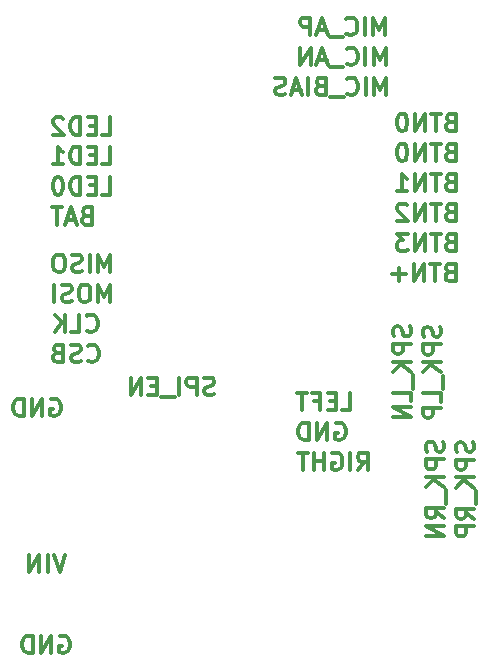
<source format=gbr>
G04 #@! TF.GenerationSoftware,KiCad,Pcbnew,(5.1.5)-3*
G04 #@! TF.CreationDate,2020-02-22T17:46:18+01:00*
G04 #@! TF.ProjectId,Breakoutboard,42726561-6b6f-4757-9462-6f6172642e6b,rev?*
G04 #@! TF.SameCoordinates,Original*
G04 #@! TF.FileFunction,Legend,Bot*
G04 #@! TF.FilePolarity,Positive*
%FSLAX46Y46*%
G04 Gerber Fmt 4.6, Leading zero omitted, Abs format (unit mm)*
G04 Created by KiCad (PCBNEW (5.1.5)-3) date 2020-02-22 17:46:18*
%MOMM*%
%LPD*%
G04 APERTURE LIST*
%ADD10C,0.300000*%
G04 APERTURE END LIST*
D10*
X159480000Y-98976571D02*
X159980000Y-98262285D01*
X160337142Y-98976571D02*
X160337142Y-97476571D01*
X159765714Y-97476571D01*
X159622857Y-97548000D01*
X159551428Y-97619428D01*
X159480000Y-97762285D01*
X159480000Y-97976571D01*
X159551428Y-98119428D01*
X159622857Y-98190857D01*
X159765714Y-98262285D01*
X160337142Y-98262285D01*
X158837142Y-98976571D02*
X158837142Y-97476571D01*
X157337142Y-97548000D02*
X157480000Y-97476571D01*
X157694285Y-97476571D01*
X157908571Y-97548000D01*
X158051428Y-97690857D01*
X158122857Y-97833714D01*
X158194285Y-98119428D01*
X158194285Y-98333714D01*
X158122857Y-98619428D01*
X158051428Y-98762285D01*
X157908571Y-98905142D01*
X157694285Y-98976571D01*
X157551428Y-98976571D01*
X157337142Y-98905142D01*
X157265714Y-98833714D01*
X157265714Y-98333714D01*
X157551428Y-98333714D01*
X156622857Y-98976571D02*
X156622857Y-97476571D01*
X156622857Y-98190857D02*
X155765714Y-98190857D01*
X155765714Y-98976571D02*
X155765714Y-97476571D01*
X155265714Y-97476571D02*
X154408571Y-97476571D01*
X154837142Y-98976571D02*
X154837142Y-97476571D01*
X158146571Y-93896571D02*
X158860857Y-93896571D01*
X158860857Y-92396571D01*
X157646571Y-93110857D02*
X157146571Y-93110857D01*
X156932285Y-93896571D02*
X157646571Y-93896571D01*
X157646571Y-92396571D01*
X156932285Y-92396571D01*
X155789428Y-93110857D02*
X156289428Y-93110857D01*
X156289428Y-93896571D02*
X156289428Y-92396571D01*
X155575142Y-92396571D01*
X155218000Y-92396571D02*
X154360857Y-92396571D01*
X154789428Y-93896571D02*
X154789428Y-92396571D01*
X157606857Y-95008000D02*
X157749714Y-94936571D01*
X157964000Y-94936571D01*
X158178285Y-95008000D01*
X158321142Y-95150857D01*
X158392571Y-95293714D01*
X158464000Y-95579428D01*
X158464000Y-95793714D01*
X158392571Y-96079428D01*
X158321142Y-96222285D01*
X158178285Y-96365142D01*
X157964000Y-96436571D01*
X157821142Y-96436571D01*
X157606857Y-96365142D01*
X157535428Y-96293714D01*
X157535428Y-95793714D01*
X157821142Y-95793714D01*
X156892571Y-96436571D02*
X156892571Y-94936571D01*
X156035428Y-96436571D01*
X156035428Y-94936571D01*
X155321142Y-96436571D02*
X155321142Y-94936571D01*
X154964000Y-94936571D01*
X154749714Y-95008000D01*
X154606857Y-95150857D01*
X154535428Y-95293714D01*
X154464000Y-95579428D01*
X154464000Y-95793714D01*
X154535428Y-96079428D01*
X154606857Y-96222285D01*
X154749714Y-96365142D01*
X154964000Y-96436571D01*
X155321142Y-96436571D01*
X163929142Y-86785142D02*
X164000571Y-86999428D01*
X164000571Y-87356571D01*
X163929142Y-87499428D01*
X163857714Y-87570857D01*
X163714857Y-87642285D01*
X163572000Y-87642285D01*
X163429142Y-87570857D01*
X163357714Y-87499428D01*
X163286285Y-87356571D01*
X163214857Y-87070857D01*
X163143428Y-86928000D01*
X163072000Y-86856571D01*
X162929142Y-86785142D01*
X162786285Y-86785142D01*
X162643428Y-86856571D01*
X162572000Y-86928000D01*
X162500571Y-87070857D01*
X162500571Y-87428000D01*
X162572000Y-87642285D01*
X164000571Y-88285142D02*
X162500571Y-88285142D01*
X162500571Y-88856571D01*
X162572000Y-88999428D01*
X162643428Y-89070857D01*
X162786285Y-89142285D01*
X163000571Y-89142285D01*
X163143428Y-89070857D01*
X163214857Y-88999428D01*
X163286285Y-88856571D01*
X163286285Y-88285142D01*
X164000571Y-89785142D02*
X162500571Y-89785142D01*
X164000571Y-90642285D02*
X163143428Y-89999428D01*
X162500571Y-90642285D02*
X163357714Y-89785142D01*
X164143428Y-90928000D02*
X164143428Y-92070857D01*
X164000571Y-93142285D02*
X164000571Y-92428000D01*
X162500571Y-92428000D01*
X164000571Y-93642285D02*
X162500571Y-93642285D01*
X164000571Y-94499428D01*
X162500571Y-94499428D01*
X166469142Y-86820857D02*
X166540571Y-87035142D01*
X166540571Y-87392285D01*
X166469142Y-87535142D01*
X166397714Y-87606571D01*
X166254857Y-87678000D01*
X166112000Y-87678000D01*
X165969142Y-87606571D01*
X165897714Y-87535142D01*
X165826285Y-87392285D01*
X165754857Y-87106571D01*
X165683428Y-86963714D01*
X165612000Y-86892285D01*
X165469142Y-86820857D01*
X165326285Y-86820857D01*
X165183428Y-86892285D01*
X165112000Y-86963714D01*
X165040571Y-87106571D01*
X165040571Y-87463714D01*
X165112000Y-87678000D01*
X166540571Y-88320857D02*
X165040571Y-88320857D01*
X165040571Y-88892285D01*
X165112000Y-89035142D01*
X165183428Y-89106571D01*
X165326285Y-89178000D01*
X165540571Y-89178000D01*
X165683428Y-89106571D01*
X165754857Y-89035142D01*
X165826285Y-88892285D01*
X165826285Y-88320857D01*
X166540571Y-89820857D02*
X165040571Y-89820857D01*
X166540571Y-90678000D02*
X165683428Y-90035142D01*
X165040571Y-90678000D02*
X165897714Y-89820857D01*
X166683428Y-90963714D02*
X166683428Y-92106571D01*
X166540571Y-93178000D02*
X166540571Y-92463714D01*
X165040571Y-92463714D01*
X166540571Y-93678000D02*
X165040571Y-93678000D01*
X165040571Y-94249428D01*
X165112000Y-94392285D01*
X165183428Y-94463714D01*
X165326285Y-94535142D01*
X165540571Y-94535142D01*
X165683428Y-94463714D01*
X165754857Y-94392285D01*
X165826285Y-94249428D01*
X165826285Y-93678000D01*
X166723142Y-96548285D02*
X166794571Y-96762571D01*
X166794571Y-97119714D01*
X166723142Y-97262571D01*
X166651714Y-97334000D01*
X166508857Y-97405428D01*
X166366000Y-97405428D01*
X166223142Y-97334000D01*
X166151714Y-97262571D01*
X166080285Y-97119714D01*
X166008857Y-96834000D01*
X165937428Y-96691142D01*
X165866000Y-96619714D01*
X165723142Y-96548285D01*
X165580285Y-96548285D01*
X165437428Y-96619714D01*
X165366000Y-96691142D01*
X165294571Y-96834000D01*
X165294571Y-97191142D01*
X165366000Y-97405428D01*
X166794571Y-98048285D02*
X165294571Y-98048285D01*
X165294571Y-98619714D01*
X165366000Y-98762571D01*
X165437428Y-98834000D01*
X165580285Y-98905428D01*
X165794571Y-98905428D01*
X165937428Y-98834000D01*
X166008857Y-98762571D01*
X166080285Y-98619714D01*
X166080285Y-98048285D01*
X166794571Y-99548285D02*
X165294571Y-99548285D01*
X166794571Y-100405428D02*
X165937428Y-99762571D01*
X165294571Y-100405428D02*
X166151714Y-99548285D01*
X166937428Y-100691142D02*
X166937428Y-101834000D01*
X166794571Y-103048285D02*
X166080285Y-102548285D01*
X166794571Y-102191142D02*
X165294571Y-102191142D01*
X165294571Y-102762571D01*
X165366000Y-102905428D01*
X165437428Y-102976857D01*
X165580285Y-103048285D01*
X165794571Y-103048285D01*
X165937428Y-102976857D01*
X166008857Y-102905428D01*
X166080285Y-102762571D01*
X166080285Y-102191142D01*
X166794571Y-103691142D02*
X165294571Y-103691142D01*
X166794571Y-104548285D01*
X165294571Y-104548285D01*
X169263142Y-96584000D02*
X169334571Y-96798285D01*
X169334571Y-97155428D01*
X169263142Y-97298285D01*
X169191714Y-97369714D01*
X169048857Y-97441142D01*
X168906000Y-97441142D01*
X168763142Y-97369714D01*
X168691714Y-97298285D01*
X168620285Y-97155428D01*
X168548857Y-96869714D01*
X168477428Y-96726857D01*
X168406000Y-96655428D01*
X168263142Y-96584000D01*
X168120285Y-96584000D01*
X167977428Y-96655428D01*
X167906000Y-96726857D01*
X167834571Y-96869714D01*
X167834571Y-97226857D01*
X167906000Y-97441142D01*
X169334571Y-98084000D02*
X167834571Y-98084000D01*
X167834571Y-98655428D01*
X167906000Y-98798285D01*
X167977428Y-98869714D01*
X168120285Y-98941142D01*
X168334571Y-98941142D01*
X168477428Y-98869714D01*
X168548857Y-98798285D01*
X168620285Y-98655428D01*
X168620285Y-98084000D01*
X169334571Y-99584000D02*
X167834571Y-99584000D01*
X169334571Y-100441142D02*
X168477428Y-99798285D01*
X167834571Y-100441142D02*
X168691714Y-99584000D01*
X169477428Y-100726857D02*
X169477428Y-101869714D01*
X169334571Y-103084000D02*
X168620285Y-102584000D01*
X169334571Y-102226857D02*
X167834571Y-102226857D01*
X167834571Y-102798285D01*
X167906000Y-102941142D01*
X167977428Y-103012571D01*
X168120285Y-103084000D01*
X168334571Y-103084000D01*
X168477428Y-103012571D01*
X168548857Y-102941142D01*
X168620285Y-102798285D01*
X168620285Y-102226857D01*
X169334571Y-103726857D02*
X167834571Y-103726857D01*
X167834571Y-104298285D01*
X167906000Y-104441142D01*
X167977428Y-104512571D01*
X168120285Y-104584000D01*
X168334571Y-104584000D01*
X168477428Y-104512571D01*
X168548857Y-104441142D01*
X168620285Y-104298285D01*
X168620285Y-103726857D01*
X134738857Y-106112571D02*
X134238857Y-107612571D01*
X133738857Y-106112571D01*
X133238857Y-107612571D02*
X133238857Y-106112571D01*
X132524571Y-107612571D02*
X132524571Y-106112571D01*
X131667428Y-107612571D01*
X131667428Y-106112571D01*
X134238857Y-113042000D02*
X134381714Y-112970571D01*
X134596000Y-112970571D01*
X134810285Y-113042000D01*
X134953142Y-113184857D01*
X135024571Y-113327714D01*
X135096000Y-113613428D01*
X135096000Y-113827714D01*
X135024571Y-114113428D01*
X134953142Y-114256285D01*
X134810285Y-114399142D01*
X134596000Y-114470571D01*
X134453142Y-114470571D01*
X134238857Y-114399142D01*
X134167428Y-114327714D01*
X134167428Y-113827714D01*
X134453142Y-113827714D01*
X133524571Y-114470571D02*
X133524571Y-112970571D01*
X132667428Y-114470571D01*
X132667428Y-112970571D01*
X131953142Y-114470571D02*
X131953142Y-112970571D01*
X131596000Y-112970571D01*
X131381714Y-113042000D01*
X131238857Y-113184857D01*
X131167428Y-113327714D01*
X131096000Y-113613428D01*
X131096000Y-113827714D01*
X131167428Y-114113428D01*
X131238857Y-114256285D01*
X131381714Y-114399142D01*
X131596000Y-114470571D01*
X131953142Y-114470571D01*
X147335428Y-92555142D02*
X147121142Y-92626571D01*
X146764000Y-92626571D01*
X146621142Y-92555142D01*
X146549714Y-92483714D01*
X146478285Y-92340857D01*
X146478285Y-92198000D01*
X146549714Y-92055142D01*
X146621142Y-91983714D01*
X146764000Y-91912285D01*
X147049714Y-91840857D01*
X147192571Y-91769428D01*
X147264000Y-91698000D01*
X147335428Y-91555142D01*
X147335428Y-91412285D01*
X147264000Y-91269428D01*
X147192571Y-91198000D01*
X147049714Y-91126571D01*
X146692571Y-91126571D01*
X146478285Y-91198000D01*
X145835428Y-92626571D02*
X145835428Y-91126571D01*
X145264000Y-91126571D01*
X145121142Y-91198000D01*
X145049714Y-91269428D01*
X144978285Y-91412285D01*
X144978285Y-91626571D01*
X145049714Y-91769428D01*
X145121142Y-91840857D01*
X145264000Y-91912285D01*
X145835428Y-91912285D01*
X144335428Y-92626571D02*
X144335428Y-91126571D01*
X143978285Y-92769428D02*
X142835428Y-92769428D01*
X142478285Y-91840857D02*
X141978285Y-91840857D01*
X141764000Y-92626571D02*
X142478285Y-92626571D01*
X142478285Y-91126571D01*
X141764000Y-91126571D01*
X141121142Y-92626571D02*
X141121142Y-91126571D01*
X140264000Y-92626571D01*
X140264000Y-91126571D01*
X161868857Y-67226571D02*
X161868857Y-65726571D01*
X161368857Y-66798000D01*
X160868857Y-65726571D01*
X160868857Y-67226571D01*
X160154571Y-67226571D02*
X160154571Y-65726571D01*
X158583142Y-67083714D02*
X158654571Y-67155142D01*
X158868857Y-67226571D01*
X159011714Y-67226571D01*
X159226000Y-67155142D01*
X159368857Y-67012285D01*
X159440285Y-66869428D01*
X159511714Y-66583714D01*
X159511714Y-66369428D01*
X159440285Y-66083714D01*
X159368857Y-65940857D01*
X159226000Y-65798000D01*
X159011714Y-65726571D01*
X158868857Y-65726571D01*
X158654571Y-65798000D01*
X158583142Y-65869428D01*
X158297428Y-67369428D02*
X157154571Y-67369428D01*
X156297428Y-66440857D02*
X156083142Y-66512285D01*
X156011714Y-66583714D01*
X155940285Y-66726571D01*
X155940285Y-66940857D01*
X156011714Y-67083714D01*
X156083142Y-67155142D01*
X156226000Y-67226571D01*
X156797428Y-67226571D01*
X156797428Y-65726571D01*
X156297428Y-65726571D01*
X156154571Y-65798000D01*
X156083142Y-65869428D01*
X156011714Y-66012285D01*
X156011714Y-66155142D01*
X156083142Y-66298000D01*
X156154571Y-66369428D01*
X156297428Y-66440857D01*
X156797428Y-66440857D01*
X155297428Y-67226571D02*
X155297428Y-65726571D01*
X154654571Y-66798000D02*
X153940285Y-66798000D01*
X154797428Y-67226571D02*
X154297428Y-65726571D01*
X153797428Y-67226571D01*
X153368857Y-67155142D02*
X153154571Y-67226571D01*
X152797428Y-67226571D01*
X152654571Y-67155142D01*
X152583142Y-67083714D01*
X152511714Y-66940857D01*
X152511714Y-66798000D01*
X152583142Y-66655142D01*
X152654571Y-66583714D01*
X152797428Y-66512285D01*
X153083142Y-66440857D01*
X153226000Y-66369428D01*
X153297428Y-66298000D01*
X153368857Y-66155142D01*
X153368857Y-66012285D01*
X153297428Y-65869428D01*
X153226000Y-65798000D01*
X153083142Y-65726571D01*
X152726000Y-65726571D01*
X152511714Y-65798000D01*
X161849142Y-64686571D02*
X161849142Y-63186571D01*
X161349142Y-64258000D01*
X160849142Y-63186571D01*
X160849142Y-64686571D01*
X160134857Y-64686571D02*
X160134857Y-63186571D01*
X158563428Y-64543714D02*
X158634857Y-64615142D01*
X158849142Y-64686571D01*
X158992000Y-64686571D01*
X159206285Y-64615142D01*
X159349142Y-64472285D01*
X159420571Y-64329428D01*
X159492000Y-64043714D01*
X159492000Y-63829428D01*
X159420571Y-63543714D01*
X159349142Y-63400857D01*
X159206285Y-63258000D01*
X158992000Y-63186571D01*
X158849142Y-63186571D01*
X158634857Y-63258000D01*
X158563428Y-63329428D01*
X158277714Y-64829428D02*
X157134857Y-64829428D01*
X156849142Y-64258000D02*
X156134857Y-64258000D01*
X156992000Y-64686571D02*
X156492000Y-63186571D01*
X155992000Y-64686571D01*
X155492000Y-64686571D02*
X155492000Y-63186571D01*
X154634857Y-64686571D01*
X154634857Y-63186571D01*
X161813428Y-62146571D02*
X161813428Y-60646571D01*
X161313428Y-61718000D01*
X160813428Y-60646571D01*
X160813428Y-62146571D01*
X160099142Y-62146571D02*
X160099142Y-60646571D01*
X158527714Y-62003714D02*
X158599142Y-62075142D01*
X158813428Y-62146571D01*
X158956285Y-62146571D01*
X159170571Y-62075142D01*
X159313428Y-61932285D01*
X159384857Y-61789428D01*
X159456285Y-61503714D01*
X159456285Y-61289428D01*
X159384857Y-61003714D01*
X159313428Y-60860857D01*
X159170571Y-60718000D01*
X158956285Y-60646571D01*
X158813428Y-60646571D01*
X158599142Y-60718000D01*
X158527714Y-60789428D01*
X158242000Y-62289428D02*
X157099142Y-62289428D01*
X156813428Y-61718000D02*
X156099142Y-61718000D01*
X156956285Y-62146571D02*
X156456285Y-60646571D01*
X155956285Y-62146571D01*
X155456285Y-62146571D02*
X155456285Y-60646571D01*
X154884857Y-60646571D01*
X154742000Y-60718000D01*
X154670571Y-60789428D01*
X154599142Y-60932285D01*
X154599142Y-61146571D01*
X154670571Y-61289428D01*
X154742000Y-61360857D01*
X154884857Y-61432285D01*
X155456285Y-61432285D01*
X167278571Y-82188857D02*
X167064285Y-82260285D01*
X166992857Y-82331714D01*
X166921428Y-82474571D01*
X166921428Y-82688857D01*
X166992857Y-82831714D01*
X167064285Y-82903142D01*
X167207142Y-82974571D01*
X167778571Y-82974571D01*
X167778571Y-81474571D01*
X167278571Y-81474571D01*
X167135714Y-81546000D01*
X167064285Y-81617428D01*
X166992857Y-81760285D01*
X166992857Y-81903142D01*
X167064285Y-82046000D01*
X167135714Y-82117428D01*
X167278571Y-82188857D01*
X167778571Y-82188857D01*
X166492857Y-81474571D02*
X165635714Y-81474571D01*
X166064285Y-82974571D02*
X166064285Y-81474571D01*
X165135714Y-82974571D02*
X165135714Y-81474571D01*
X164278571Y-82974571D01*
X164278571Y-81474571D01*
X163564285Y-82403142D02*
X162421428Y-82403142D01*
X162992857Y-82974571D02*
X162992857Y-81831714D01*
X167318285Y-79648857D02*
X167104000Y-79720285D01*
X167032571Y-79791714D01*
X166961142Y-79934571D01*
X166961142Y-80148857D01*
X167032571Y-80291714D01*
X167104000Y-80363142D01*
X167246857Y-80434571D01*
X167818285Y-80434571D01*
X167818285Y-78934571D01*
X167318285Y-78934571D01*
X167175428Y-79006000D01*
X167104000Y-79077428D01*
X167032571Y-79220285D01*
X167032571Y-79363142D01*
X167104000Y-79506000D01*
X167175428Y-79577428D01*
X167318285Y-79648857D01*
X167818285Y-79648857D01*
X166532571Y-78934571D02*
X165675428Y-78934571D01*
X166104000Y-80434571D02*
X166104000Y-78934571D01*
X165175428Y-80434571D02*
X165175428Y-78934571D01*
X164318285Y-80434571D01*
X164318285Y-78934571D01*
X163746857Y-78934571D02*
X162818285Y-78934571D01*
X163318285Y-79506000D01*
X163104000Y-79506000D01*
X162961142Y-79577428D01*
X162889714Y-79648857D01*
X162818285Y-79791714D01*
X162818285Y-80148857D01*
X162889714Y-80291714D01*
X162961142Y-80363142D01*
X163104000Y-80434571D01*
X163532571Y-80434571D01*
X163675428Y-80363142D01*
X163746857Y-80291714D01*
X167318285Y-77108857D02*
X167104000Y-77180285D01*
X167032571Y-77251714D01*
X166961142Y-77394571D01*
X166961142Y-77608857D01*
X167032571Y-77751714D01*
X167104000Y-77823142D01*
X167246857Y-77894571D01*
X167818285Y-77894571D01*
X167818285Y-76394571D01*
X167318285Y-76394571D01*
X167175428Y-76466000D01*
X167104000Y-76537428D01*
X167032571Y-76680285D01*
X167032571Y-76823142D01*
X167104000Y-76966000D01*
X167175428Y-77037428D01*
X167318285Y-77108857D01*
X167818285Y-77108857D01*
X166532571Y-76394571D02*
X165675428Y-76394571D01*
X166104000Y-77894571D02*
X166104000Y-76394571D01*
X165175428Y-77894571D02*
X165175428Y-76394571D01*
X164318285Y-77894571D01*
X164318285Y-76394571D01*
X163675428Y-76537428D02*
X163604000Y-76466000D01*
X163461142Y-76394571D01*
X163104000Y-76394571D01*
X162961142Y-76466000D01*
X162889714Y-76537428D01*
X162818285Y-76680285D01*
X162818285Y-76823142D01*
X162889714Y-77037428D01*
X163746857Y-77894571D01*
X162818285Y-77894571D01*
X167318285Y-74568857D02*
X167104000Y-74640285D01*
X167032571Y-74711714D01*
X166961142Y-74854571D01*
X166961142Y-75068857D01*
X167032571Y-75211714D01*
X167104000Y-75283142D01*
X167246857Y-75354571D01*
X167818285Y-75354571D01*
X167818285Y-73854571D01*
X167318285Y-73854571D01*
X167175428Y-73926000D01*
X167104000Y-73997428D01*
X167032571Y-74140285D01*
X167032571Y-74283142D01*
X167104000Y-74426000D01*
X167175428Y-74497428D01*
X167318285Y-74568857D01*
X167818285Y-74568857D01*
X166532571Y-73854571D02*
X165675428Y-73854571D01*
X166104000Y-75354571D02*
X166104000Y-73854571D01*
X165175428Y-75354571D02*
X165175428Y-73854571D01*
X164318285Y-75354571D01*
X164318285Y-73854571D01*
X162818285Y-75354571D02*
X163675428Y-75354571D01*
X163246857Y-75354571D02*
X163246857Y-73854571D01*
X163389714Y-74068857D01*
X163532571Y-74211714D01*
X163675428Y-74283142D01*
X167318285Y-72028857D02*
X167104000Y-72100285D01*
X167032571Y-72171714D01*
X166961142Y-72314571D01*
X166961142Y-72528857D01*
X167032571Y-72671714D01*
X167104000Y-72743142D01*
X167246857Y-72814571D01*
X167818285Y-72814571D01*
X167818285Y-71314571D01*
X167318285Y-71314571D01*
X167175428Y-71386000D01*
X167104000Y-71457428D01*
X167032571Y-71600285D01*
X167032571Y-71743142D01*
X167104000Y-71886000D01*
X167175428Y-71957428D01*
X167318285Y-72028857D01*
X167818285Y-72028857D01*
X166532571Y-71314571D02*
X165675428Y-71314571D01*
X166104000Y-72814571D02*
X166104000Y-71314571D01*
X165175428Y-72814571D02*
X165175428Y-71314571D01*
X164318285Y-72814571D01*
X164318285Y-71314571D01*
X163318285Y-71314571D02*
X163175428Y-71314571D01*
X163032571Y-71386000D01*
X162961142Y-71457428D01*
X162889714Y-71600285D01*
X162818285Y-71886000D01*
X162818285Y-72243142D01*
X162889714Y-72528857D01*
X162961142Y-72671714D01*
X163032571Y-72743142D01*
X163175428Y-72814571D01*
X163318285Y-72814571D01*
X163461142Y-72743142D01*
X163532571Y-72671714D01*
X163604000Y-72528857D01*
X163675428Y-72243142D01*
X163675428Y-71886000D01*
X163604000Y-71600285D01*
X163532571Y-71457428D01*
X163461142Y-71386000D01*
X163318285Y-71314571D01*
X167318285Y-69488857D02*
X167104000Y-69560285D01*
X167032571Y-69631714D01*
X166961142Y-69774571D01*
X166961142Y-69988857D01*
X167032571Y-70131714D01*
X167104000Y-70203142D01*
X167246857Y-70274571D01*
X167818285Y-70274571D01*
X167818285Y-68774571D01*
X167318285Y-68774571D01*
X167175428Y-68846000D01*
X167104000Y-68917428D01*
X167032571Y-69060285D01*
X167032571Y-69203142D01*
X167104000Y-69346000D01*
X167175428Y-69417428D01*
X167318285Y-69488857D01*
X167818285Y-69488857D01*
X166532571Y-68774571D02*
X165675428Y-68774571D01*
X166104000Y-70274571D02*
X166104000Y-68774571D01*
X165175428Y-70274571D02*
X165175428Y-68774571D01*
X164318285Y-70274571D01*
X164318285Y-68774571D01*
X163318285Y-68774571D02*
X163175428Y-68774571D01*
X163032571Y-68846000D01*
X162961142Y-68917428D01*
X162889714Y-69060285D01*
X162818285Y-69346000D01*
X162818285Y-69703142D01*
X162889714Y-69988857D01*
X162961142Y-70131714D01*
X163032571Y-70203142D01*
X163175428Y-70274571D01*
X163318285Y-70274571D01*
X163461142Y-70203142D01*
X163532571Y-70131714D01*
X163604000Y-69988857D01*
X163675428Y-69703142D01*
X163675428Y-69346000D01*
X163604000Y-69060285D01*
X163532571Y-68917428D01*
X163461142Y-68846000D01*
X163318285Y-68774571D01*
X138501142Y-82212571D02*
X138501142Y-80712571D01*
X138001142Y-81784000D01*
X137501142Y-80712571D01*
X137501142Y-82212571D01*
X136786857Y-82212571D02*
X136786857Y-80712571D01*
X136144000Y-82141142D02*
X135929714Y-82212571D01*
X135572571Y-82212571D01*
X135429714Y-82141142D01*
X135358285Y-82069714D01*
X135286857Y-81926857D01*
X135286857Y-81784000D01*
X135358285Y-81641142D01*
X135429714Y-81569714D01*
X135572571Y-81498285D01*
X135858285Y-81426857D01*
X136001142Y-81355428D01*
X136072571Y-81284000D01*
X136144000Y-81141142D01*
X136144000Y-80998285D01*
X136072571Y-80855428D01*
X136001142Y-80784000D01*
X135858285Y-80712571D01*
X135501142Y-80712571D01*
X135286857Y-80784000D01*
X134358285Y-80712571D02*
X134072571Y-80712571D01*
X133929714Y-80784000D01*
X133786857Y-80926857D01*
X133715428Y-81212571D01*
X133715428Y-81712571D01*
X133786857Y-81998285D01*
X133929714Y-82141142D01*
X134072571Y-82212571D01*
X134358285Y-82212571D01*
X134501142Y-82141142D01*
X134644000Y-81998285D01*
X134715428Y-81712571D01*
X134715428Y-81212571D01*
X134644000Y-80926857D01*
X134501142Y-80784000D01*
X134358285Y-80712571D01*
X138501142Y-84752571D02*
X138501142Y-83252571D01*
X138001142Y-84324000D01*
X137501142Y-83252571D01*
X137501142Y-84752571D01*
X136501142Y-83252571D02*
X136215428Y-83252571D01*
X136072571Y-83324000D01*
X135929714Y-83466857D01*
X135858285Y-83752571D01*
X135858285Y-84252571D01*
X135929714Y-84538285D01*
X136072571Y-84681142D01*
X136215428Y-84752571D01*
X136501142Y-84752571D01*
X136644000Y-84681142D01*
X136786857Y-84538285D01*
X136858285Y-84252571D01*
X136858285Y-83752571D01*
X136786857Y-83466857D01*
X136644000Y-83324000D01*
X136501142Y-83252571D01*
X135286857Y-84681142D02*
X135072571Y-84752571D01*
X134715428Y-84752571D01*
X134572571Y-84681142D01*
X134501142Y-84609714D01*
X134429714Y-84466857D01*
X134429714Y-84324000D01*
X134501142Y-84181142D01*
X134572571Y-84109714D01*
X134715428Y-84038285D01*
X135001142Y-83966857D01*
X135144000Y-83895428D01*
X135215428Y-83824000D01*
X135286857Y-83681142D01*
X135286857Y-83538285D01*
X135215428Y-83395428D01*
X135144000Y-83324000D01*
X135001142Y-83252571D01*
X134644000Y-83252571D01*
X134429714Y-83324000D01*
X133786857Y-84752571D02*
X133786857Y-83252571D01*
X136528857Y-87149714D02*
X136600285Y-87221142D01*
X136814571Y-87292571D01*
X136957428Y-87292571D01*
X137171714Y-87221142D01*
X137314571Y-87078285D01*
X137386000Y-86935428D01*
X137457428Y-86649714D01*
X137457428Y-86435428D01*
X137386000Y-86149714D01*
X137314571Y-86006857D01*
X137171714Y-85864000D01*
X136957428Y-85792571D01*
X136814571Y-85792571D01*
X136600285Y-85864000D01*
X136528857Y-85935428D01*
X135171714Y-87292571D02*
X135886000Y-87292571D01*
X135886000Y-85792571D01*
X134671714Y-87292571D02*
X134671714Y-85792571D01*
X133814571Y-87292571D02*
X134457428Y-86435428D01*
X133814571Y-85792571D02*
X134671714Y-86649714D01*
X136636000Y-89689714D02*
X136707428Y-89761142D01*
X136921714Y-89832571D01*
X137064571Y-89832571D01*
X137278857Y-89761142D01*
X137421714Y-89618285D01*
X137493142Y-89475428D01*
X137564571Y-89189714D01*
X137564571Y-88975428D01*
X137493142Y-88689714D01*
X137421714Y-88546857D01*
X137278857Y-88404000D01*
X137064571Y-88332571D01*
X136921714Y-88332571D01*
X136707428Y-88404000D01*
X136636000Y-88475428D01*
X136064571Y-89761142D02*
X135850285Y-89832571D01*
X135493142Y-89832571D01*
X135350285Y-89761142D01*
X135278857Y-89689714D01*
X135207428Y-89546857D01*
X135207428Y-89404000D01*
X135278857Y-89261142D01*
X135350285Y-89189714D01*
X135493142Y-89118285D01*
X135778857Y-89046857D01*
X135921714Y-88975428D01*
X135993142Y-88904000D01*
X136064571Y-88761142D01*
X136064571Y-88618285D01*
X135993142Y-88475428D01*
X135921714Y-88404000D01*
X135778857Y-88332571D01*
X135421714Y-88332571D01*
X135207428Y-88404000D01*
X134064571Y-89046857D02*
X133850285Y-89118285D01*
X133778857Y-89189714D01*
X133707428Y-89332571D01*
X133707428Y-89546857D01*
X133778857Y-89689714D01*
X133850285Y-89761142D01*
X133993142Y-89832571D01*
X134564571Y-89832571D01*
X134564571Y-88332571D01*
X134064571Y-88332571D01*
X133921714Y-88404000D01*
X133850285Y-88475428D01*
X133778857Y-88618285D01*
X133778857Y-88761142D01*
X133850285Y-88904000D01*
X133921714Y-88975428D01*
X134064571Y-89046857D01*
X134564571Y-89046857D01*
X133476857Y-92976000D02*
X133619714Y-92904571D01*
X133834000Y-92904571D01*
X134048285Y-92976000D01*
X134191142Y-93118857D01*
X134262571Y-93261714D01*
X134334000Y-93547428D01*
X134334000Y-93761714D01*
X134262571Y-94047428D01*
X134191142Y-94190285D01*
X134048285Y-94333142D01*
X133834000Y-94404571D01*
X133691142Y-94404571D01*
X133476857Y-94333142D01*
X133405428Y-94261714D01*
X133405428Y-93761714D01*
X133691142Y-93761714D01*
X132762571Y-94404571D02*
X132762571Y-92904571D01*
X131905428Y-94404571D01*
X131905428Y-92904571D01*
X131191142Y-94404571D02*
X131191142Y-92904571D01*
X130834000Y-92904571D01*
X130619714Y-92976000D01*
X130476857Y-93118857D01*
X130405428Y-93261714D01*
X130334000Y-93547428D01*
X130334000Y-93761714D01*
X130405428Y-94047428D01*
X130476857Y-94190285D01*
X130619714Y-94333142D01*
X130834000Y-94404571D01*
X131191142Y-94404571D01*
X136489142Y-77439057D02*
X136274857Y-77510485D01*
X136203428Y-77581914D01*
X136132000Y-77724771D01*
X136132000Y-77939057D01*
X136203428Y-78081914D01*
X136274857Y-78153342D01*
X136417714Y-78224771D01*
X136989142Y-78224771D01*
X136989142Y-76724771D01*
X136489142Y-76724771D01*
X136346285Y-76796200D01*
X136274857Y-76867628D01*
X136203428Y-77010485D01*
X136203428Y-77153342D01*
X136274857Y-77296200D01*
X136346285Y-77367628D01*
X136489142Y-77439057D01*
X136989142Y-77439057D01*
X135560571Y-77796200D02*
X134846285Y-77796200D01*
X135703428Y-78224771D02*
X135203428Y-76724771D01*
X134703428Y-78224771D01*
X134417714Y-76724771D02*
X133560571Y-76724771D01*
X133989142Y-78224771D02*
X133989142Y-76724771D01*
X137822571Y-75633971D02*
X138536857Y-75633971D01*
X138536857Y-74133971D01*
X137322571Y-74848257D02*
X136822571Y-74848257D01*
X136608285Y-75633971D02*
X137322571Y-75633971D01*
X137322571Y-74133971D01*
X136608285Y-74133971D01*
X135965428Y-75633971D02*
X135965428Y-74133971D01*
X135608285Y-74133971D01*
X135394000Y-74205400D01*
X135251142Y-74348257D01*
X135179714Y-74491114D01*
X135108285Y-74776828D01*
X135108285Y-74991114D01*
X135179714Y-75276828D01*
X135251142Y-75419685D01*
X135394000Y-75562542D01*
X135608285Y-75633971D01*
X135965428Y-75633971D01*
X134179714Y-74133971D02*
X134036857Y-74133971D01*
X133894000Y-74205400D01*
X133822571Y-74276828D01*
X133751142Y-74419685D01*
X133679714Y-74705400D01*
X133679714Y-75062542D01*
X133751142Y-75348257D01*
X133822571Y-75491114D01*
X133894000Y-75562542D01*
X134036857Y-75633971D01*
X134179714Y-75633971D01*
X134322571Y-75562542D01*
X134394000Y-75491114D01*
X134465428Y-75348257D01*
X134536857Y-75062542D01*
X134536857Y-74705400D01*
X134465428Y-74419685D01*
X134394000Y-74276828D01*
X134322571Y-74205400D01*
X134179714Y-74133971D01*
X137822571Y-73068571D02*
X138536857Y-73068571D01*
X138536857Y-71568571D01*
X137322571Y-72282857D02*
X136822571Y-72282857D01*
X136608285Y-73068571D02*
X137322571Y-73068571D01*
X137322571Y-71568571D01*
X136608285Y-71568571D01*
X135965428Y-73068571D02*
X135965428Y-71568571D01*
X135608285Y-71568571D01*
X135394000Y-71640000D01*
X135251142Y-71782857D01*
X135179714Y-71925714D01*
X135108285Y-72211428D01*
X135108285Y-72425714D01*
X135179714Y-72711428D01*
X135251142Y-72854285D01*
X135394000Y-72997142D01*
X135608285Y-73068571D01*
X135965428Y-73068571D01*
X133679714Y-73068571D02*
X134536857Y-73068571D01*
X134108285Y-73068571D02*
X134108285Y-71568571D01*
X134251142Y-71782857D01*
X134394000Y-71925714D01*
X134536857Y-71997142D01*
X137822571Y-70579371D02*
X138536857Y-70579371D01*
X138536857Y-69079371D01*
X137322571Y-69793657D02*
X136822571Y-69793657D01*
X136608285Y-70579371D02*
X137322571Y-70579371D01*
X137322571Y-69079371D01*
X136608285Y-69079371D01*
X135965428Y-70579371D02*
X135965428Y-69079371D01*
X135608285Y-69079371D01*
X135394000Y-69150800D01*
X135251142Y-69293657D01*
X135179714Y-69436514D01*
X135108285Y-69722228D01*
X135108285Y-69936514D01*
X135179714Y-70222228D01*
X135251142Y-70365085D01*
X135394000Y-70507942D01*
X135608285Y-70579371D01*
X135965428Y-70579371D01*
X134536857Y-69222228D02*
X134465428Y-69150800D01*
X134322571Y-69079371D01*
X133965428Y-69079371D01*
X133822571Y-69150800D01*
X133751142Y-69222228D01*
X133679714Y-69365085D01*
X133679714Y-69507942D01*
X133751142Y-69722228D01*
X134608285Y-70579371D01*
X133679714Y-70579371D01*
M02*

</source>
